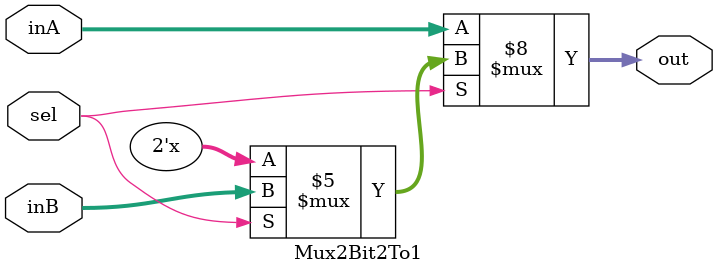
<source format=v>
`timescale 1ns / 1ps


module Mux2Bit2To1(out, inA, inB, sel);

    output reg [1:0] out;
    
    input [1:0] inA;
    input [1:0] inB;
    input sel;
    
    initial begin
        out = 0;
    end
    
    always @(inA, inB, sel, out) begin
        if(sel == 1'b0) begin
            out <= inA;
        end
        else if(sel == 1'b1) begin
            out <= inB;
        end
    end 

endmodule

</source>
